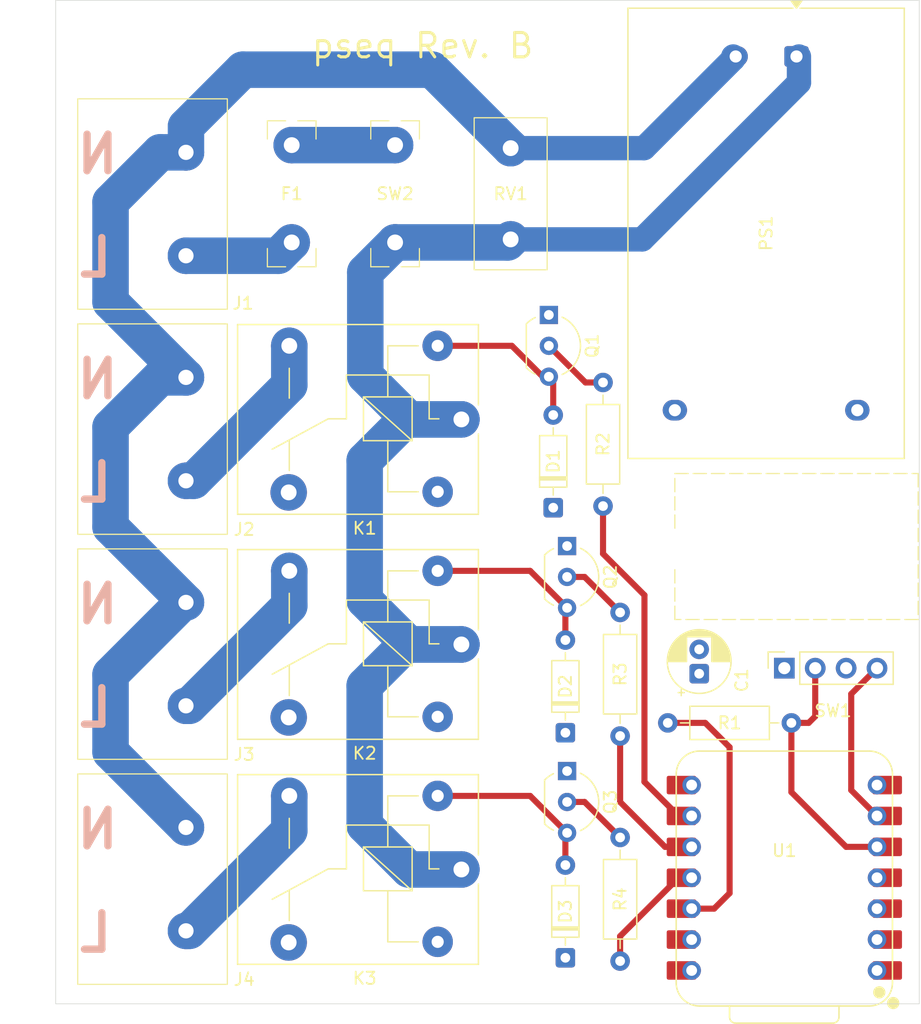
<source format=kicad_pcb>
(kicad_pcb
	(version 20241229)
	(generator "pcbnew")
	(generator_version "9.0")
	(general
		(thickness 1.6)
		(legacy_teardrops no)
	)
	(paper "A4")
	(title_block
		(title "pseq")
		(date "2025-10-08")
		(rev "B")
	)
	(layers
		(0 "F.Cu" signal)
		(4 "In1.Cu" power)
		(6 "In2.Cu" power)
		(2 "B.Cu" power)
		(9 "F.Adhes" user "F.Adhesive")
		(11 "B.Adhes" user "B.Adhesive")
		(13 "F.Paste" user)
		(15 "B.Paste" user)
		(5 "F.SilkS" user "F.Silkscreen")
		(7 "B.SilkS" user "B.Silkscreen")
		(1 "F.Mask" user)
		(3 "B.Mask" user)
		(17 "Dwgs.User" user "User.Drawings")
		(19 "Cmts.User" user "User.Comments")
		(21 "Eco1.User" user "User.Eco1")
		(23 "Eco2.User" user "User.Eco2")
		(25 "Edge.Cuts" user)
		(27 "Margin" user)
		(31 "F.CrtYd" user "F.Courtyard")
		(29 "B.CrtYd" user "B.Courtyard")
		(35 "F.Fab" user)
		(33 "B.Fab" user)
		(39 "User.1" user)
		(41 "User.2" user)
		(43 "User.3" user)
		(45 "User.4" user)
	)
	(setup
		(stackup
			(layer "F.SilkS"
				(type "Top Silk Screen")
			)
			(layer "F.Paste"
				(type "Top Solder Paste")
			)
			(layer "F.Mask"
				(type "Top Solder Mask")
				(thickness 0.01)
			)
			(layer "F.Cu"
				(type "copper")
				(thickness 0.035)
			)
			(layer "dielectric 1"
				(type "prepreg")
				(thickness 0.1)
				(material "FR4")
				(epsilon_r 4.5)
				(loss_tangent 0.02)
			)
			(layer "In1.Cu"
				(type "copper")
				(thickness 0.035)
			)
			(layer "dielectric 2"
				(type "core")
				(thickness 1.24)
				(material "FR4")
				(epsilon_r 4.5)
				(loss_tangent 0.02)
			)
			(layer "In2.Cu"
				(type "copper")
				(thickness 0.035)
			)
			(layer "dielectric 3"
				(type "prepreg")
				(thickness 0.1)
				(material "FR4")
				(epsilon_r 4.5)
				(loss_tangent 0.02)
			)
			(layer "B.Cu"
				(type "copper")
				(thickness 0.035)
			)
			(layer "B.Mask"
				(type "Bottom Solder Mask")
				(thickness 0.01)
			)
			(layer "B.Paste"
				(type "Bottom Solder Paste")
			)
			(layer "B.SilkS"
				(type "Bottom Silk Screen")
			)
			(copper_finish "None")
			(dielectric_constraints no)
		)
		(pad_to_mask_clearance 0)
		(allow_soldermask_bridges_in_footprints no)
		(tenting front back)
		(pcbplotparams
			(layerselection 0x00000000_00000000_55555555_5755f5ff)
			(plot_on_all_layers_selection 0x00000000_00000000_00000000_00000000)
			(disableapertmacros no)
			(usegerberextensions no)
			(usegerberattributes yes)
			(usegerberadvancedattributes yes)
			(creategerberjobfile yes)
			(dashed_line_dash_ratio 12.000000)
			(dashed_line_gap_ratio 3.000000)
			(svgprecision 4)
			(plotframeref no)
			(mode 1)
			(useauxorigin no)
			(hpglpennumber 1)
			(hpglpenspeed 20)
			(hpglpendiameter 15.000000)
			(pdf_front_fp_property_popups yes)
			(pdf_back_fp_property_popups yes)
			(pdf_metadata yes)
			(pdf_single_document no)
			(dxfpolygonmode yes)
			(dxfimperialunits yes)
			(dxfusepcbnewfont yes)
			(psnegative no)
			(psa4output no)
			(plot_black_and_white yes)
			(sketchpadsonfab no)
			(plotpadnumbers no)
			(hidednponfab no)
			(sketchdnponfab yes)
			(crossoutdnponfab yes)
			(subtractmaskfromsilk no)
			(outputformat 1)
			(mirror no)
			(drillshape 0)
			(scaleselection 1)
			(outputdirectory "rev-a/")
		)
	)
	(net 0 "")
	(net 1 "DC_GND")
	(net 2 "+5V")
	(net 3 "Net-(D1-A)")
	(net 4 "Net-(D2-A)")
	(net 5 "Net-(D3-A)")
	(net 6 "Net-(J1-Pin_1)")
	(net 7 "Net-(SW2-A)")
	(net 8 "AC_N")
	(net 9 "Net-(J2-Pin_1)")
	(net 10 "Net-(J3-Pin_1)")
	(net 11 "Net-(J4-Pin_1)")
	(net 12 "unconnected-(K1-Pad4)")
	(net 13 "AC_L")
	(net 14 "unconnected-(K2-Pad4)")
	(net 15 "unconnected-(K3-Pad4)")
	(net 16 "Net-(Q1-B)")
	(net 17 "Net-(Q2-B)")
	(net 18 "Net-(Q3-B)")
	(net 19 "BUTTON")
	(net 20 "LED")
	(net 21 "+3V3")
	(net 22 "Net-(U1-GPIO3{slash}MOSI)")
	(net 23 "Net-(U1-GPIO4{slash}MISO)")
	(net 24 "Net-(U1-GPIO2{slash}SCK)")
	(net 25 "unconnected-(U1-GPIO28{slash}ADC2{slash}A2-Pad3)")
	(net 26 "unconnected-(U1-GPIO27{slash}ADC1{slash}A1-Pad2)")
	(net 27 "unconnected-(U1-GPIO0{slash}TX-Pad7)")
	(net 28 "unconnected-(U1-GPIO26{slash}ADC0{slash}A0-Pad1)")
	(net 29 "unconnected-(U1-GPIO1{slash}RX-Pad8)")
	(net 30 "unconnected-(U1-GPIO29{slash}ADC3{slash}A3-Pad4)")
	(footprint "custom:230v_2x" (layer "F.Cu") (at 103.5 69))
	(footprint "custom:KF8500_2p" (layer "F.Cu") (at 86.3075 78.095 180))
	(footprint "custom:KF8500_2p" (layer "F.Cu") (at 86.3075 96.595 180))
	(footprint "custom:KF8500_2p" (layer "F.Cu") (at 86.3075 133.595 180))
	(footprint "Resistor_THT:R_Axial_DIN0207_L6.3mm_D2.5mm_P10.16mm_Horizontal" (layer "F.Cu") (at 122 107.42 -90))
	(footprint "Diode_THT:D_DO-35_SOD27_P7.62mm_Horizontal" (layer "F.Cu") (at 117.5 135.81 90))
	(footprint "Resistor_THT:R_Axial_DIN0207_L6.3mm_D2.5mm_P10.16mm_Horizontal" (layer "F.Cu") (at 120.595 88.515 -90))
	(footprint "Relay_THT:Relay_SPDT_SANYOU_SRD_Series_Form_C" (layer "F.Cu") (at 108.95 110.05 180))
	(footprint "MountingHole:MountingHole_3.2mm_M3" (layer "F.Cu") (at 126.095 102.095))
	(footprint "custom:10D561K" (layer "F.Cu") (at 113 76.75 180))
	(footprint "Capacitor_THT:CP_Radial_D5.0mm_P2.00mm" (layer "F.Cu") (at 128.5 112.455113 90))
	(footprint "Seeed module footprints:XIAO-RP2040-DIP" (layer "F.Cu") (at 135.5 129.2315 180))
	(footprint "custom:KF8500_2p" (layer "F.Cu") (at 86.3075 115.095 180))
	(footprint "Diode_THT:D_DO-35_SOD27_P7.62mm_Horizontal" (layer "F.Cu") (at 117.5 117.31 90))
	(footprint "Relay_THT:Relay_SPDT_SANYOU_SRD_Series_Form_C" (layer "F.Cu") (at 108.95 128.55 180))
	(footprint "MountingHole:MountingHole_3.2mm_M3" (layer "F.Cu") (at 80.5 61.5))
	(footprint "Resistor_THT:R_Axial_DIN0207_L6.3mm_D2.5mm_P10.16mm_Horizontal" (layer "F.Cu") (at 122 125.92 -90))
	(footprint "Diode_THT:D_DO-35_SOD27_P7.62mm_Horizontal" (layer "F.Cu") (at 116.5 98.81 90))
	(footprint "Relay_THT:Relay_SPDT_SANYOU_SRD_Series_Form_C" (layer "F.Cu") (at 108.95 91.55 180))
	(footprint "Package_TO_SOT_THT:TO-92_Inline_Wide" (layer "F.Cu") (at 117.64 120.46 -90))
	(footprint "Connector_PinSocket_2.54mm:PinSocket_1x04_P2.54mm_Vertical" (layer "F.Cu") (at 135.5 112 90))
	(footprint "Converter_ACDC:Converter_ACDC_Hi-Link_HLK-PMxx" (layer "F.Cu") (at 136.5 61.7125 -90))
	(footprint "Resistor_THT:R_Axial_DIN0207_L6.3mm_D2.5mm_P10.16mm_Horizontal" (layer "F.Cu") (at 136.08 116.5 180))
	(footprint "Package_TO_SOT_THT:TO-92_Inline_Wide" (layer "F.Cu") (at 116.14 82.96 -90))
	(footprint "custom:230v_2x" (layer "F.Cu") (at 95 77 180))
	(footprint "Package_TO_SOT_THT:TO-92_Inline_Wide" (layer "F.Cu") (at 117.64 101.96 -90))
	(gr_rect
		(start 126.5 96)
		(end 146.5 108)
		(stroke
			(width 0.1)
			(type dash)
		)
		(fill no)
		(layer "F.SilkS")
		(uuid "76b96127-3d0c-49ff-b2b4-87857104e884")
	)
	(gr_rect
		(start 75.595 57.095)
		(end 146.595 139.595)
		(stroke
			(width 0.05)
			(type default)
		)
		(fill no)
		(layer "Edge.Cuts")
		(uuid "f16b0441-6736-4385-b56f-227cf1e87d21")
	)
	(gr_text "pseq Rev. B"
		(at 96.5 62 0)
		(layer "F.SilkS")
		(uuid "24840be7-84db-46d6-8c3c-2e7fdf373414")
		(effects
			(font
				(size 2 2)
				(thickness 0.25)
			)
			(justify left bottom)
		)
	)
	(gr_text "N"
		(at 81 127 0)
		(layer "B.SilkS")
		(uuid "10996a66-c832-4bd1-8ead-c3337b69f25a")
		(effects
			(font
				(size 3 3)
				(thickness 0.6)
				(bold yes)
			)
			(justify left bottom mirror)
		)
	)
	(gr_text "N"
		(at 81 71.5 0)
		(layer "B.SilkS")
		(uuid "43f2997e-92ca-4ab2-ac56-dec97b325d84")
		(effects
			(font
				(size 3 3)
				(thickness 0.6)
				(bold yes)
			)
			(justify left bottom mirror)
		)
	)
	(gr_text "L"
		(at 80.5 135.5 0)
		(layer "B.SilkS")
		(uuid "5a8dae96-b92f-4705-a02c-e6b39c82ff02")
		(effects
			(font
				(size 3 3)
				(thickness 0.6)
				(bold yes)
			)
			(justify left bottom mirror)
		)
	)
	(gr_text "L"
		(at 80.5 80 0)
		(layer "B.SilkS")
		(uuid "69c8fb03-ce38-4c26-9372-154bd100268e")
		(effects
			(font
				(size 3 3)
				(thickness 0.6)
				(bold yes)
			)
			(justify left bottom mirror)
		)
	)
	(gr_text "L"
		(at 80.5 98.5 0)
		(layer "B.SilkS")
		(uuid "6bf99979-53d1-410d-a3fd-795860d3f340")
		(effects
			(font
				(size 3 3)
				(thickness 0.6)
				(bold yes)
			)
			(justify left bottom mirror)
		)
	)
	(gr_text "N"
		(at 81 90 0)
		(layer "B.SilkS")
		(uuid "7c4a90dc-1538-40f4-8c29-7fe297928b8d")
		(effects
			(font
				(size 3 3)
				(thickness 0.6)
				(bold yes)
			)
			(justify left bottom mirror)
		)
	)
	(gr_text "L"
		(at 80.5 117 0)
		(layer "B.SilkS")
		(uuid "7ceb282f-63fa-4019-8324-896d2d1fc556")
		(effects
			(font
				(size 3 3)
				(thickness 0.6)
				(bold yes)
			)
			(justify left bottom mirror)
		)
	)
	(gr_text "N"
		(at 81 108.5 0)
		(layer "B.SilkS")
		(uuid "80ab1801-01ae-49ae-94bd-1a8b62fe4af4")
		(effects
			(font
				(size 3 3)
				(thickness 0.6)
				(bold yes)
			)
			(justify left bottom mirror)
		)
	)
	(segment
		(start 116.19 134.5)
		(end 117.5 135.81)
		(width 0.5)
		(layer "In1.Cu")
		(net 2)
		(uuid "02420fb8-76db-4c9e-94a1-faa9c0402938")
	)
	(segment
		(start 107 116)
		(end 116.19 116)
		(width 0.5)
		(layer "In1.Cu")
		(net 2)
		(uuid "3e3f15bb-3062-4a99-8c70-58b569a43b7e")
	)
	(segment
		(start 107 97.5)
		(end 115.19 97.5)
		(width 0.5)
		(layer "In1.Cu")
		(net 2)
		(uuid "7530aeb4-e176-402e-b583-587428247cc0")
	)
	(segment
		(start 116.19 116)
		(end 117.5 117.31)
		(width 0.5)
		(layer "In1.Cu")
		(net 2)
		(uuid "84227f96-0bf1-45ab-9b86-506843195a91")
	)
	(segment
		(start 107 134.5)
		(end 116.19 134.5)
		(width 0.5)
		(layer "In1.Cu")
		(net 2)
		(uuid "e37302cb-3e9c-42fb-af36-b5783a95b3a6")
	)
	(segment
		(start 115.19 97.5)
		(end 116.5 98.81)
		(width 0.5)
		(layer "In1.Cu")
		(net 2)
		(uuid "e9c012cb-3d06-4e47-b052-0cf0c9dec2db")
	)
	(segment
		(start 115.64 88.04)
		(end 113.1 85.5)
		(width 0.5)
		(layer "F.Cu")
		(net 3)
		(uuid "0da9ce5a-0673-4a89-8115-2ad4bab312cb")
	)
	(segment
		(start 116.5 91.19)
		(end 116.5 88.4)
		(width 0.5)
		(layer "F.Cu")
		(net 3)
		(uuid "11eb7674-e31a-4c0a-b4b1-dade8fb52b50")
	)
	(segment
		(start 116.14 88.04)
		(end 115.64 88.04)
		(width 0.5)
		(layer "F.Cu")
		(net 3)
		(uuid "45e03d66-33b9-4b25-862e-40091e84180e")
	)
	(segment
		(start 116.5 88.4)
		(end 116.14 88.04)
		(width 0.5)
		(layer "F.Cu")
		(net 3)
		(uuid "93c9fc76-f9f7-465c-9400-a4955000d4ba")
	)
	(segment
		(start 113.1 85.5)
		(end 107 85.5)
		(width 0.5)
		(layer "F.Cu")
		(net 3)
		(uuid "b7c697c8-dcc9-40a9-abc2-2499012e3ed9")
	)
	(segment
		(start 117.5 107.18)
		(end 117.64 107.04)
		(width 0.5)
		(layer "F.Cu")
		(net 4)
		(uuid "7c573106-0f73-4d86-b523-ddc6e094a92a")
	)
	(segment
		(start 117.64 107.04)
		(end 114.6 104)
		(width 0.5)
		(layer "F.Cu")
		(net 4)
		(uuid "b38d8d17-c3c1-4ad6-9497-3b673e9c58a4")
	)
	(segment
		(start 114.6 104)
		(end 107 104)
		(width 0.5)
		(layer "F.Cu")
		(net 4)
		(uuid "c5ccdc2b-6a27-45bb-9b41-3ba70d3b1019")
	)
	(segment
		(start 117.5 109.69)
		(end 117.5 107.18)
		(width 0.5)
		(layer "F.Cu")
		(net 4)
		(uuid "c86deb5e-5590-4b5e-be75-8327760849a5")
	)
	(segment
		(start 117.64 125.54)
		(end 114.6 122.5)
		(width 0.5)
		(layer "F.Cu")
		(net 5)
		(uuid "208899f5-6652-463c-bc10-98d93a7ae1a4")
	)
	(segment
		(start 114.6 122.5)
		(end 107 122.5)
		(width 0.5)
		(layer "F.Cu")
		(net 5)
		(uuid "8c29d4a4-730d-49b3-a788-a634dd21b884")
	)
	(segment
		(start 117.5 128.19)
		(end 117.5 125.68)
		(width 0.5)
		(layer "F.Cu")
		(net 5)
		(uuid "be1ce2b7-ef39-4fff-8fb0-63ad38f45ee2")
	)
	(segment
		(start 117.5 125.68)
		(end 117.64 125.54)
		(width 0.5)
		(layer "F.Cu")
		(net 5)
		(uuid "e8440752-3935-4948-8c9a-9f8821ed2f86")
	)
	(segment
		(start 86.3075 78.095)
		(end 93.905 78.095)
		(width 3)
		(layer "B.Cu")
		(net 6)
		(uuid "796ddaa8-6724-4d66-97fe-8927f8e6ce45")
	)
	(segment
		(start 93.905 78.095)
		(end 95 77)
		(width 3)
		(layer "B.Cu")
		(net 6)
		(uuid "a8e3af2b-2224-4920-b5ad-fc0112aa3e64")
	)
	(segment
		(start 95 69)
		(end 103.5 69)
		(width 3)
		(layer "B.Cu")
		(net 7)
		(uuid "788acfb8-19bc-4953-934b-b70b4cbca962")
	)
	(segment
		(start 86.3075 69.595)
		(end 84.18618 69.595)
		(width 3)
		(layer "B.Cu")
		(net 8)
		(uuid "0877249b-3649-4129-af6b-c548673287a6")
	)
	(segment
		(start 131.299 61.9135)
		(end 131.299 61.7125)
		(width 2)
		(layer "B.Cu")
		(net 8)
		(uuid "12a65dac-9584-4c7c-8dfe-5cba10f312b3")
	)
	(segment
		(start 80.1065 92.17468)
		(end 80.1065 100.394)
		(width 3)
		(layer "B.Cu")
		(net 8)
		(uuid "2ef0209a-e788-4b34-a788-ddbb45207208")
	)
	(segment
		(start 80.1065 118.894)
		(end 86.3075 125.095)
		(width 3)
		(layer "B.Cu")
		(net 8)
		(uuid "31561b16-ad24-4e3c-bf3a-1bc764de165d")
	)
	(segment
		(start 80.1065 81.894)
		(end 86.3075 88.095)
		(width 3)
		(layer "B.Cu")
		(net 8)
		(uuid "46084e2f-f5f5-4621-aaf8-7db1e31f8bc4")
	)
	(segment
		(start 80.1065 112.526461)
		(end 80.1065 118.894)
		(width 3)
		(layer "B.Cu")
		(net 8)
		(uuid "6252ab9e-e859-4a1c-b315-2120a10c3ecf")
	)
	(segment
		(start 80.1065 100.394)
		(end 86.3075 106.595)
		(width 3)
		(layer "B.Cu")
		(net 8)
		(uuid "6da44706-11db-49ca-9c75-2c394798a52e")
	)
	(segment
		(start 86.3075 69.595)
		(end 86.3075 67.47368)
		(width 3)
		(layer "B.Cu")
		(net 8)
		(uuid "7bfb6b03-e8fe-43c7-aad5-9d9b330729d1")
	)
	(segment
		(start 84.18618 88.095)
		(end 80.1065 92.17468)
		(width 3)
		(layer "B.Cu")
		(net 8)
		(uuid "88773d86-bfec-4718-a21d-590aaa830f02")
	)
	(segment
		(start 90.98218 62.799)
		(end 106.549 62.799)
		(width 3)
		(layer "B.Cu")
		(net 8)
		(uuid "ae1bbf3e-993f-49ae-a6fe-4fd136698c30")
	)
	(segment
		(start 86.3075 67.47368)
		(end 90.98218 62.799)
		(width 3)
		(layer "B.Cu")
		(net 8)
		(uuid "b460ead8-8eec-4bc8-878d-43ccc89d83a7")
	)
	(segment
		(start 86.3075 106.595)
		(end 86.037961 106.595)
		(width 3)
		(layer "B.Cu")
		(net 8)
		(uuid "bdcd7fed-ca4c-4ba6-93cb-4c7c1abfe7d9")
	)
	(segment
		(start 123.9625 69.25)
		(end 131.299 61.9135)
		(width 2)
		(layer "B.Cu")
		(net 8)
		(uuid "c093be6c-b669-4b81-8698-17915818305d")
	)
	(segment
		(start 80.1065 73.67468)
		(end 80.1065 81.894)
		(width 3)
		(layer "B.Cu")
		(net 8)
		(uuid "c7e5a0c4-cde8-4ee2-bf91-ec0a2684fc8d")
	)
	(segment
		(start 84.18618 69.595)
		(end 80.1065 73.67468)
		(width 3)
		(layer "B.Cu")
		(net 8)
		(uuid "cbab3865-e902-4c21-91dd-443c67ec9fd4")
	)
	(segment
		(start 113 69.25)
		(end 123.9625 69.25)
		(width 2)
		(layer "B.Cu")
		(net 8)
		(uuid "cbfec748-a567-4fb9-a859-453f42414941")
	)
	(segment
		(start 86.3075 88.095)
		(end 84.18618 88.095)
		(width 3)
		(layer "B.Cu")
		(net 8)
		(uuid "e1c0ad0e-8ad4-465d-98cf-ef9ae9aedda5")
	)
	(segment
		(start 86.037961 106.595)
		(end 80.1065 112.526461)
		(width 3)
		(layer "B.Cu")
		(net 8)
		(uuid "ea9bbeb1-3a13-4cff-a152-bb3e043173bc")
	)
	(segment
		(start 106.549 62.799)
		(end 113 69.25)
		(width 3)
		(layer "B.Cu")
		(net 8)
		(uuid "f4fa6535-96f9-4875-a51c-ab61550fddfe")
	)
	(segment
		(start 86.935461 96.595)
		(end 86.3075 96.595)
		(width 3)
		(layer "B.Cu")
		(net 9)
		(uuid "20ebc52a-f402-419c-8723-9ff1a0c41bde")
	)
	(segment
		(start 94.8 88.730461)
		(end 86.935461 96.595)
		(width 3)
		(layer "B.Cu")
		(net 9)
		(uuid "26df3c3c-2439-4e49-9c86-9dc234ef2b62")
	)
	(segment
		(start 94.8 85.5)
		(end 94.8 88.730461)
		(width 3)
		(layer "B.Cu")
		(net 9)
		(uuid "db6a0712-cf62-4d81-89d6-ec4144d69773")
	)
	(segment
		(start 94.8 104)
		(end 94.8 106.872038)
		(width 3)
		(layer "B.Cu")
		(net 10)
		(uuid "34fb9a1d-e842-4492-8d51-3d43a3724e82")
	)
	(segment
		(start 86.577038 115.095)
		(end 86.3075 115.095)
		(width 3)
		(layer "B.Cu")
		(net 10)
		(uuid "3bf91876-3f6a-467c-a8b1-4e029ec56c4f")
	)
	(segment
		(start 94.8 106.872038)
		(end 86.577038 115.095)
		(width 3)
		(layer "B.Cu")
		(net 10)
		(uuid "f2caa47c-ef9e-434a-86c5-f45289e701e7")
	)
	(segment
		(start 94.8 125.372038)
		(end 86.577038 133.595)
		(width 3)
		(layer "B.Cu")
		(net 11)
		(uuid "2573c2e6-0c91-43ad-bab9-0d86b9d270e0")
	)
	(segment
		(start 86.577038 133.595)
		(end 86.3075 133.595)
		(width 3)
		(layer "B.Cu")
		(net 11)
		(uuid "e95ff786-a084-474e-8a6b-11e7c3b326dc")
	)
	(segment
		(start 94.8 122.5)
		(end 94.8 125.372038)
		(width 3)
		(layer "B.Cu")
		(net 11)
		(uuid "f37ebb5d-38a4-4710-a14f-753106fdf9db")
	)
	(segment
		(start 103.5 77)
		(end 112.75 77)
		(width 3)
		(layer "B.Cu")
		(net 13)
		(uuid "150748f6-c79e-4bd1-81f7-5550d5cf46be")
	)
	(segment
		(start 104.382461 91.55)
		(end 101 94.932461)
		(width 3)
		(layer "B.Cu")
		(net 13)
		(uuid "34db189f-55ff-4510-ab74-610d8f006d8e")
	)
	(segment
		(start 112.75 77)
		(end 113 76.75)
		(width 3)
		(layer "B.Cu")
		(net 13)
		(uuid "4bf27873-9e71-4e08-88d2-ceff32f68746")
	)
	(segment
		(start 101 124.915985)
		(end 104.634015 128.55)
		(width 3)
		(layer "B.Cu")
		(net 13)
		(uuid "56520e58-2d8b-48b2-88a5-3efed1ab54ff")
	)
	(segment
		(start 101 113.432461)
		(end 101 124.915985)
		(width 3)
		(layer "B.Cu")
		(net 13)
		(uuid "6305375f-489d-408c-82fa-fe950f507af3")
	)
	(segment
		(start 101.049 87.964985)
		(end 104.634015 91.55)
		(width 3)
		(layer "B.Cu")
		(net 13)
		(uuid "6980fd36-f58a-4eed-a5f4-60cf2b0deaaa")
	)
	(segment
		(start 136.701 63.866824)
		(end 136.701 61.7125)
		(width 2)
		(layer "B.Cu")
		(net 13)
		(uuid "7035c71f-34ff-4136-9d39-2c01a73f125c")
	)
	(segment
		(start 103.5 77)
		(end 101.049 79.451)
		(width 3)
		(layer "B.Cu")
		(net 13)
		(uuid "89d76140-27bc-4816-9dbf-38af24ca6b19")
	)
	(segment
		(start 101 94.932461)
		(end 101 106.415985)
		(width 3)
		(layer "B.Cu")
		(net 13)
		(uuid "98803d3d-d43b-46e9-b9ac-bf549c2bc435")
	)
	(segment
		(start 123.817824 76.75)
		(end 136.701 63.866824)
		(width 2)
		(layer "B.Cu")
		(net 13)
		(uuid "a51d9b98-41dd-4170-8b5e-2e8d0f091ba5")
	)
	(segment
		(start 101.049 79.451)
		(end 101.049 87.964985)
		(width 3)
		(layer "B.Cu")
		(net 13)
		(uuid "aed2d17f-674e-4343-9967-3ecf280bf7cc")
	)
	(segment
		(start 108.95 110.05)
		(end 104.382461 110.05)
		(width 3)
		(layer "B.Cu")
		(net 13)
		(uuid "c7b4cf3a-3142-4d6e-b47e-640a6168f40b")
	)
	(segment
		(start 104.382461 110.05)
		(end 101 113.432461)
		(width 3)
		(layer "B.Cu")
		(net 13)
		(uuid "cc926766-1999-4b47-ad0c-8ac78ec94ebd")
	)
	(segment
		(start 108.95 91.55)
		(end 104.382461 91.55)
		(width 3)
		(layer "B.Cu")
		(net 13)
		(uuid "cd6435d3-085b-44af-b6eb-0000b9c22b21")
	)
	(segment
		(start 104.634015 128.55)
		(end 108.95 128.55)
		(width 3)
		(layer "B.Cu")
		(net 13)
		(uuid "d86f680b-5441-4a55-af47-51e41c335693")
	)
	(segment
		(start 104.634015 110.05)
		(end 108.95 110.05)
		(width 3)
		(layer "B.Cu")
		(net 13)
		(uuid "e4d11cf0-f020-4843-9a0a-da6288bbf21b")
	)
	(segment
		(start 101 106.415985)
		(end 104.634015 110.05)
		(width 3)
		(layer "B.Cu")
		(net 13)
		(uuid "ea195f40-cc5c-4f40-bbe6-438553ed606d")
	)
	(segment
		(start 104.634015 91.55)
		(end 108.95 91.55)
		(width 3)
		(layer "B.Cu")
		(net 13)
		(uuid "eb835dad-2f73-41a9-b170-d02b3b643cc2")
	)
	(segment
		(start 113 76.75)
		(end 123.817824 76.75)
		(width 2)
		(layer "B.Cu")
		(net 13)
		(uuid "f32ab8df-71ac-460d-a959-635a10828cde")
	)
	(segment
		(start 120.595 88.515)
		(end 119.155 88.515)
		(width 0.5)
		(layer "F.Cu")
		(net 16)
		(uuid "6711b6cf-bef6-459f-a5f8-4e320352f37e")
	)
	(segment
		(start 119.155 88.515)
		(end 116.14 85.5)
		(width 0.5)
		(layer "F.Cu")
		(net 16)
		(uuid "ca07a269-7f76-4d2f-ba0a-126045e6cb28")
	)
	(segment
		(start 117.64 104.5)
		(end 119.08 104.5)
		(width 0.5)
		(layer "F.Cu")
		(net 17)
		(uuid "a786b43c-d2d1-4b6d-a1a7-8b82c549e8a1")
	)
	(segment
		(start 119.08 104.5)
		(end 122 107.42)
		(width 0.5)
		(layer "F.Cu")
		(net 17)
		(uuid "e3c42f72-3eb6-4720-9553-23f85f2a854d")
	)
	(segment
		(start 117.64 123)
		(end 119.08 123)
		(width 0.5)
		(layer "F.Cu")
		(net 18)
		(uuid "51093774-6648-4f34-95c2-069d8defbbc3")
	)
	(segment
		(start 119.08 123)
		(end 122 125.92)
		(width 0.5)
		(layer "F.Cu")
		(net 18)
		(uuid "6a162e11-d3cc-455e-95a0-2f1d26c027c6")
	)
	(segment
		(start 138.04 115.96)
		(end 137.5 116.5)
		(width 0.5)
		(layer "F.Cu")
		(net 19)
		(uuid "10307fac-5da3-44c1-a6ba-b766fc05f9d1")
	)
	(segment
		(start 140.58 126.6915)
		(end 136.08 122.1915)
		(width 0.5)
		(layer "F.Cu")
		(net 19)
		(uuid "2a29295a-0dcb-4cde-a2c0-92e7d93e6ece")
	)
	(segment
		(start 136.08 122.1915)
		(end 136.08 116.5)
		(width 0.5)
		(layer "F.Cu")
		(net 19)
		(uuid "50d2c52a-fbc6-4bdc-bc41-5e028d5d63e6")
	)
	(segment
		(start 143.12 126.6915)
		(end 140.58 126.6915)
		(width 0.5)
		(layer "F.Cu")
		(net 19)
		(uuid "563a423a-c845-4a4e-8fd1-4dc5d0a563cf")
	)
	(segment
		(start 138.04 112)
		(end 138.04 115.96)
		(width 0.5)
		(layer "F.Cu")
		(net 19)
		(uuid "7d1ad502-390d-4cbe-bcfe-37fa463dbcbb")
	)
	(segment
		(start 137.5 116.5)
		(end 136.08 116.5)
		(width 0.5)
		(layer "F.Cu")
		(net 19)
		(uuid "b603a66a-7a4a-42ff-a07e-fb48766e0c91")
	)
	(segment
		(start 143.12 124.1515)
		(end 141 122.0315)
		(width 0.5)
		(layer "F.Cu")
		(net 20)
		(uuid "4f19ed14-a500-4d1e-ae10-463369e0190b")
	)
	(segment
		(start 141 114.12)
		(end 143.12 112)
		(width 0.5)
		(layer "F.Cu")
		(net 20)
		(uuid "8628a3ba-3ea3-4004-af4d-07ae917949a1")
	)
	(segment
		(start 141 122.0315)
		(end 141 114.12)
		(width 0.5)
		(layer "F.Cu")
		(net 20)
		(uuid "ccb4b53c-24ad-4ac4-a0e4-dc9f05d78c47")
	)
	(segment
		(start 131 118.5)
		(end 129 116.5)
		(width 0.5)
		(layer "F.Cu")
		(net 21)
		(uuid "092ecf74-394f-422b-829a-aa60366745ce")
	)
	(segment
		(start 131 130.5)
		(end 131 118.5)
		(width 0.5)
		(layer "F.Cu")
		(net 21)
		(uuid "115b9f88-5663-41a1-b126-c6543ccdbb3a")
	)
	(segment
		(start 127.88 131.7715)
		(end 129.7285 131.7715)
		(width 0.5)
		(layer "F.Cu")
		(net 21)
		(uuid "18a18ee1-b898-4be8-9131-476b1cc18d68")
	)
	(segment
		(start 129.7285 131.7715)
		(end 131 130.5)
		(width 0.5)
		(layer "F.Cu")
		(net 21)
		(uuid "1e8ac04d-0542-4f23-a853-9ecbbf6984ad")
	)
	(segment
		(start 129 116.5)
		(end 125.92 116.5)
		(width 0.5)
		(layer "F.Cu")
		(net 21)
		(uuid "f8e79ba0-4d3e-461d-8533-b0c6fe92671d")
	)
	(segment
		(start 122 136.08)
		(end 122 134.03387)
		(width 0.5)
		(layer "F.Cu")
		(net 22)
		(uuid "b7c88d07-3e32-41b5-b91e-097c129fb560")
	)
	(segment
		(start 126.80237 129.2315)
		(end 127.88 129.2315)
		(width 0.5)
		(layer "F.Cu")
		(net 22)
		(uuid "c26711fd-1120-4ddb-97ec-d0c8138b477b")
	)
	(segment
		(start 122 134.03387)
		(end 126.80237 129.2315)
		(width 0.5)
		(layer "F.Cu")
		(net 22)
		(uuid "f9e91053-d40e-405f-8250-32ff575a9b20")
	)
	(segment
		(start 125.6915 126.6915)
		(end 122 123)
		(width 0.5)
		(layer "F.Cu")
		(net 23)
		(uuid "72d62b38-c90b-4b5a-bfa6-6c3ed27ec992")
	)
	(segment
		(start 127.88 126.6915)
		(end 125.6915 126.6915)
		(width 0.5)
		(layer "F.Cu")
		(net 23)
		(uuid "981dbeb5-0cbe-4016-870d-f20aeca5341e")
	)
	(segment
		(start 122 123)
		(end 122 117.58)
		(width 0.5)
		(layer "F.Cu")
		(net 23)
		(uuid "a43240f4-de1f-4fc6-8ecf-d747e0bff599")
	)
	(segment
		(start 127.88 124.1515)
		(end 126.80237 124.1515)
		(width 0.5)
		(layer "F.Cu")
		(net 24)
		(uuid "04b1c584-abbd-40ec-88f2-184faf568bc7")
	)
	(segment
		(start 126.80237 124.1515)
		(end 124 121.34913)
		(width 0.5)
		(layer "F.Cu")
		(net 24)
		(uuid "0cbb0761-50b4-4aec-a82c-0711acbb3a3e")
	)
	(segment
		(start 124 121.34913)
		(end 124 106)
		(width 0.5)
		(layer "F.Cu")
		(net 24)
		(uuid "2c6e2d21-921f-4c44-a547-fd306e8dd5e0")
	)
	(segment
		(start 120.595 102.595)
		(end 120.595 98.675)
		(width 0.5)
		(layer "F.Cu")
		(net 24)
		(uuid "a094148a-84a7-494a-a540-41cecfd2fa57")
	)
	(segment
		(start 124 106)
		(end 120.595 102.595)
		(width 0.5)
		(layer "F.Cu")
		(net 24)
		(uuid "e57ad498-368b-450d-8501-2c90fca6f9a7")
	)
	(zone
		(net 2)
		(net_name "+5V")
		(layer "In1.Cu")
		(uuid "142aa200-a49c-4afc-bc6f-df912ae98cd8")
		(name "VDC")
		(hatch edge 0.5)
		(connect_pads
			(clearance 0.5)
		)
		(min_thickness 0.25)
		(filled_areas_thickness no)
		(fill yes
			(thermal_gap 0.5)
			(thermal_bridge_width 0.5)
		)
		(polygon
			(pts
				(xy 114 139.5) (xy 146.5 139.5) (xy 146.5 81) (xy 114 81)
			)
		)
		(filled_polygon
			(layer "In1.Cu")
			(pts
				(xy 146.037539 81.019685) (xy 146.083294 81.072489) (xy 146.0945 81.124) (xy 146.0945 138.9705)
				(xy 146.074815 139.037539) (xy 146.022011 139.083294) (xy 145.9705 139.0945) (xy 114.124 139.0945)
				(xy 114.056961 139.074815) (xy 114.011206 139.022011) (xy 114 138.9705) (xy 114 135.210013) (xy 116.2 135.210013)
				(xy 116.2 135.56) (xy 117.184314 135.56) (xy 117.17992 135.564394) (xy 117.127259 135.655606) (xy 117.1 135.757339)
				(xy 117.1 135.862661) (xy 117.127259 135.964394) (xy 117.17992 136.055606) (xy 117.184314 136.06)
				(xy 116.200001 136.06) (xy 116.200001 136.409986) (xy 116.210494 136.512697) (xy 116.265641 136.679119)
				(xy 116.265643 136.679124) (xy 116.357684 136.828345) (xy 116.481654 136.952315) (xy 116.630875 137.044356)
				(xy 116.63088 137.044358) (xy 116.797302 137.099505) (xy 116.797309 137.099506) (xy 116.900019 137.109999)
				(xy 117.249999 137.109999) (xy 117.25 137.109998) (xy 117.25 136.125686) (xy 117.254394 136.13008)
				(xy 117.345606 136.182741) (xy 117.447339 136.21) (xy 117.552661 136.21) (xy 117.654394 136.182741)
				(xy 117.745606 136.13008) (xy 117.75 136.125686) (xy 117.75 137.109999) (xy 118.099972 137.109999)
				(xy 118.099986 137.109998) (xy 118.202697 137.099505) (xy 118.369119 137.044358) (xy 118.369124 137.044356)
				(xy 118.518345 136.952315) (xy 118.642315 136.828345) (xy 118.734356 136.679124) (xy 118.734358 136.679119)
				(xy 118.789505 136.512697) (xy 118.789506 136.51269) (xy 118.799999 136.409986) (xy 118.8 136.409973)
				(xy 118.8 136.06) (xy 117.815686 136.06) (xy 117.82008 136.055606) (xy 117.865089 135.977648) (xy 120.6995 135.977648)
				(xy 120.6995 136.182352) (xy 120.700722 136.190067) (xy 120.731522 136.384534) (xy 120.794781 136.579223)
				(xy 120.845684 136.679124) (xy 120.882907 136.752178) (xy 120.887715 136.761613) (xy 121.008028 136.927213)
				(xy 121.152786 137.071971) (xy 121.307749 137.184556) (xy 121.31839 137.192287) (xy 121.434607 137.251503)
				(xy 121.500776 137.285218) (xy 121.500778 137.285218) (xy 121.500781 137.28522) (xy 121.605137 137.319127)
				(xy 121.695465 137.348477) (xy 121.796557 137.364488) (xy 121.897648 137.3805) (xy 121.897649 137.3805)
				(xy 122.102351 137.3805) (xy 122.102352 137.3805) (xy 122.304534 137.348477) (xy 122.499219 137.28522)
				(xy 122.68161 137.192287) (xy 122.794872 137.109998) (xy 122.847213 137.071971) (xy 122.847215 137.071968)
				(xy 122.847219 137.071966) (xy 122.991966 136.927219) (xy 122.991968 136.927215) (xy 122.991971 136.927213)
				(xy 123.046979 136.851499) (xy 123.112287 136.76161) (xy 123.20522 136.579219) (xy 123.268477 136.384534)
				(xy 123.3005 136.182352) (xy 123.3005 135.977648) (xy 123.298401 135.964394) (xy 123.268477 135.775465)
				(xy 123.217991 135.620087) (xy 123.20522 135.580781) (xy 123.205218 135.580778) (xy 123.205218 135.580776)
				(xy 123.149291 135.471015) (xy 123.112287 135.39839) (xy 123.104556 135.387749) (xy 122.991971 135.232786)
				(xy 122.847213 135.088028) (xy 122.681613 134.967715) (xy 122.681612 134.967714) (xy 122.68161 134.967713)
				(xy 122.624653 134.938691) (xy 122.499223 134.874781) (xy 122.304534 134.811522) (xy 122.129995 134.783878)
				(xy 122.102352 134.7795) (xy 121.897648 134.7795) (xy 121.873329 134.783351) (xy 121.695465 134.811522)
				(xy 121.500776 134.874781) (xy 121.318386 134.967715) (xy 121.152786 135.088028) (xy 121.008028 135.232786)
				(xy 120.887715 135.398386) (xy 120.794781 135.580776) (xy 120.731522 135.775465) (xy 120.701599 135.964394)
				(xy 120.6995 135.977648) (xy 117.865089 135.977648) (xy 117.872741 135.964394) (xy 117.9 135.862661)
				(xy 117.9 135.757339) (xy 117.872741 135.655606) (xy 117.82008 135.564394) (xy 117.815686 135.56)
				(xy 118.799999 135.56) (xy 118.799999 135.210028) (xy 118.799998 135.210013) (xy 118.789505 135.107302)
				(xy 118.734358 134.94088) (xy 118.734356 134.940875) (xy 118.642315 134.791654) (xy 118.518345 134.667684)
				(xy 118.369124 134.575643) (xy 118.369119 134.575641) (xy 118.202697 134.520494) (xy 118.20269 134.520493)
				(xy 118.099986 134.51) (xy 117.75 134.51) (xy 117.75 135.494314) (xy 117.745606 135.48992) (xy 117.654394 135.437259)
				(xy 117.552661 135.41) (xy 117.447339 135.41) (xy 117.345606 135.437259) (xy 117.254394 135.48992)
				(xy 117.25 135.494314) (xy 117.25 134.51) (xy 116.900028 134.51) (xy 116.900012 134.510001) (xy 116.797302 134.520494)
				(xy 116.63088 134.575641) (xy 116.630875 134.575643) (xy 116.481654 134.667684) (xy 116.357684 134.791654)
				(xy 116.265643 134.940875) (xy 116.265641 134.94088) (xy 116.210494 135.107302) (xy 116.210493 135.107309)
				(xy 116.2 135.210013) (xy 114 135.210013) (xy 114 128.087648) (xy 116.1995 128.087648) (xy 116.1995 128.292351)
				(xy 116.231522 128.494534) (xy 116.294781 128.689223) (xy 116.387715 128.871613) (xy 116.508028 129.037213)
				(xy 116.652786 129.181971) (xy 116.807749 129.294556) (xy 116.81839 129.302287) (xy 116.934607 129.361503)
				(xy 117.000776 129.395218) (xy 117.000778 129.395218) (xy 117.000781 129.39522) (xy 117.105137 129.429127)
				(xy 117.195465 129.458477) (xy 117.296557 129.474488) (xy 117.397648 129.4905) (xy 117.397649 129.4905)
				(xy 117.602351 129.4905) (xy 117.602352 129.4905) (xy 117.804534 129.458477) (xy 117.999219 129.39522)
				(xy 118.18161 129.302287) (xy 118.27459 129.234732) (xy 118.347213 129.181971) (xy 118.347215 129.181968)
				(xy 118.347219 129.181966) (xy 118.491966 129.037219) (xy 118.491968 129.037215) (xy 118.491971 129.037213)
				(xy 118.565604 128.935864) (xy 118.612287 128.87161) (xy 118.70522 128.689219) (xy 118.768477 128.494534)
				(xy 118.8005 128.292352) (xy 118.8005 128.087648) (xy 118.790421 128.02401) (xy 118.768477 127.885465)
				(xy 118.705218 127.690776) (xy 118.671503 127.624607) (xy 118.612287 127.50839) (xy 118.604556 127.497749)
				(xy 118.491971 127.342786) (xy 118.347213 127.198028) (xy 118.181613 127.077715) (xy 118.181612 127.077714)
				(xy 118.18161 127.077713) (xy 118.092451 127.032284) (xy 117.99922 126.98478) (xy 117.982625 126.979388)
				(xy 117.924951 126.939949) (xy 117.897754 126.87559) (xy 117.90967 126.806744) (xy 117.956915 126.755269)
				(xy 117.982626 126.743527) (xy 118.120025 126.698884) (xy 118.295405 126.609524) (xy 118.454646 126.493828)
				(xy 118.593828 126.354646) (xy 118.709524 126.195405) (xy 118.798884 126.020025) (xy 118.859709 125.832826)
				(xy 118.862113 125.817648) (xy 120.6995 125.817648) (xy 120.6995 126.022352) (xy 120.700681 126.029806)
				(xy 120.731522 126.224534) (xy 120.794781 126.419223) (xy 120.832795 126.493828) (xy 120.882887 126.592139)
				(xy 120.887715 126.601613) (xy 121.008028 126.767213) (xy 121.152786 126.911971) (xy 121.307749 127.024556)
				(xy 121.31839 127.032287) (xy 121.434607 127.091503) (xy 121.500776 127.125218) (xy 121.500778 127.125218)
				(xy 121.500781 127.12522) (xy 121.605137 127.159127) (xy 121.695465 127.188477) (xy 121.796557 127.204488)
				(xy 121.897648 127.2205) (xy 121.897649 127.2205) (xy 122.102351 127.2205) (xy 122.102352 127.2205)
				(xy 122.304534 127.188477) (xy 122.499219 127.12522) (xy 122.68161 127.032287) (xy 122.77459 126.964732)
				(xy 122.847213 126.911971) (xy 122.847215 126.911968) (xy 122.847219 126.911966) (xy 122.991966 126.767219)
				(xy 122.991968 126.767215) (xy 122.991971 126.767213) (xy 123.044732 126.69459) (xy 123.112287 126.60161)
				(xy 123.20522 126.419219) (xy 123.268477 126.224534) (xy 123.3005 126.022352) (xy 123.3005 125.817648)
				(xy 123.296656 125.793378) (xy 123.268477 125.615465) (xy 123.211977 125.441577) (xy 123.20522 125.420781)
				(xy 123.205218 125.420778) (xy 123.205218 125.420776) (xy 123.149291 125.311015) (xy 123.112287 125.23839)
				(xy 123.104556 125.227749) (xy 122.991971 125.072786) (xy 122.847213 124.928028) (xy 122.681613 124.807715)
				(xy 122.681612 124.807714) (xy 122.68161 124.807713) (xy 122.624653 124.778691) (xy 122.499223 124.714781)
				(xy 122.304534 124.651522) (xy 122.129995 124.623878) (xy 122.102352 124.6195) (xy 121.897648 124.6195)
				(xy 121.873329 124.623351) (xy 121.695465 124.651522) (xy 121.500776 124.714781) (xy 121.318386 124.807715)
				(xy 121.152786 124.928028) (xy 121.008028 125.072786) (xy 120.887715 125.238386) (xy 120.794781 125.420776)
				(xy 120.731522 125.615465) (xy 120.703344 125.793378) (xy 120.6995 125.817648) (xy 118.862113 125.817648)
				(xy 118.876229 125.728521) (xy 118.8905 125.638422) (xy 118.8905 125.441577) (xy 118.859709 125.247173)
				(xy 118.816593 125.114478) (xy 118.798884 125.059975) (xy 118.798882 125.059972) (xy 118.798882 125.05997)
				(xy 118.709523 124.884594) (xy 118.593828 124.725354) (xy 118.454646 124.586172) (xy 118.375025 124.528324)
				(xy 118.295403 124.470474) (xy 118.118787 124.380485) (xy 118.06799 124.332511) (xy 118.051195 124.26469)
				(xy 118.073732 124.198555) (xy 118.118787 124.159515) (xy 118.295403 124.069525) (xy 118.295402 124.069525)
				(xy 118.295405 124.069524) (xy 118.454646 123.953828) (xy 118.593828 123.814646) (xy 118.709524 123.655405)
				(xy 118.798884 123.480025) (xy 118.859709 123.292826) (xy 118.8905 123.098422) (xy 118.8905 122.901577)
				(xy 118.859709 122.707173) (xy 118.798882 122.51997) (xy 118.709523 122.344594) (xy 118.593828 122.185354)
				(xy 118.454646 122.046172) (xy 118.301377 121.934815) (xy 118.258714 121.879487) (xy 118.252735 121.809873)
				(xy 118.285341 121.748078) (xy 118.34618 121.713721) (xy 118.371135 121.710858) (xy 126.617499 121.710858)
				(xy 126.648587 121.907137) (xy 126.709993 122.096129) (xy 126.709994 122.096132) (xy 126.755455 122.185352)
				(xy 126.800213 122.273194) (xy 126.917019 122.433964) (xy 127.057536 122.574481) (xy 127.218306 122.691287)
				(xy 127.336832 122.751679) (xy 127.37478 122.771015) (xy 127.425576 122.81899) (xy 127.442371 122.886811)
				(xy 127.419833 122.952946) (xy 127.37478 122.991985) (xy 127.218305 123.071713) (xy 127.057533 123.188521)
				(xy 126.917021 123.329033) (xy 126.800213 123.489805) (xy 126.709994 123.666867) (xy 126.709993 123.66687)
				(xy 126.648587 123.855862) (xy 126.6175 124.052139) (xy 126.6175 124.25086) (xy 126.648587 124.447137)
				(xy 126.709993 124.636129) (xy 126.709994 124.636132) (xy 126.755455 124.725352) (xy 126.800213 124.813194)
				(xy 126.917019 124.973964) (xy 127.057536 125.114481) (xy 127.218306 125.231287) (xy 127.336832 125.291679)
				(xy 127.37478 125.311015) (xy 127.425576 125.35899) (xy 127.442371 125.426811) (xy 127.419833 125.492946)
				(xy 127.37478 125.531985) (xy 127.218305 125.611713) (xy 127.057533 125.728521) (xy 126.917021 125.869033)
				(xy 126.800213 126.029805) (xy 126.709994 126.206867) (xy 126.709993 126.20687) (xy 126.648587 126.395862)
				(xy 126.6175 126.592139) (xy 126.6175 126.79086) (xy 126.648587 126.987137) (xy 126.709993 127.176129)
				(xy 126.709994 127.176132) (xy 126.794907 127.342781) (xy 126.800213 127.353194) (xy 126.917019 127.513964)
				(xy 127.057536 127.654481) (xy 127.218306 127.771287) (xy 127.336832 127.831679) (xy 127.37478 127.851015)
				(xy 127.425576 127.89899) (xy 127.442371 127.966811) (xy 127.419833 128.032946) (xy 127.37478 128.071985)
				(xy 127.218305 128.151713) (xy 127.057533 128.268521) (xy 126.917021 128.409033) (xy 126.800213 128.569805)
				(xy 126.709994 128.746867) (xy 126.709993 128.74687) (xy 126.648587 128.935862) (xy 126.648587 128.935864)
				(xy 126.6175 129.132139) (xy 126.6175 129.330861) (xy 126.633043 129.428998) (xy 126.648587 129.527137)
				(xy 126.709993 129.716129) (xy 126.709994 129.716132) (xy 126.800213 129.893194) (xy 126.917019 130.053964)
				(xy 127.057536 130.194481) (xy 127.218306 130.311287) (xy 127.336832 130.371679) (xy 127.37478 130.391015)
				(xy 127.425576 130.43899) (xy 127.442371 130.506811) (xy 127.419833 130.572946) (xy 127.37478 130.611985)
				(xy 127.218305 130.691713) (xy 127.057533 130.808521) (xy 126.917021 130.949033) (xy 126.800213 131.109805)
				(xy 126.709994 131.286867) (xy 126.709993 131.28687) (xy 126.648587 131.475862) (xy 126.6175 131.672139)
				(xy 126.6175 131.87086) (xy 126.648587 132.067137) (xy 126.709993 132.256129) (xy 126.709994 132.256132)
				(xy 126.800213 132.433194) (xy 126.917019 132.593964) (xy 127.057536 132.734481) (xy 127.218306 132.851287)
				(xy 127.336832 132.911679) (xy 127.37478 132.931015) (xy 127.425576 132.97899) (xy 127.442371 133.046811)
				(xy 127.419833 133.112946) (xy 127.37478 133.151985) (xy 127.218305 133.231713) (xy 127.057533 133.348521)
				(xy 126.917021 133.489033) (xy 126.800213 133.649805) (xy 126.709994 133.826867) (xy 126.709993 133.82687)
				(xy 126.648587 134.015862) (xy 126.6175 134.212139) (xy 126.6175 134.41086) (xy 126.648587 134.607137)
				(xy 126.709993 134.796129) (xy 126.709994 134.796132) (xy 126.783748 134.94088) (xy 126.800213 134.973194)
				(xy 126.917019 135.133964) (xy 127.057536 135.274481) (xy 127.218306 135.391287) (xy 127.375332 135.471296)
				(xy 127.426127 135.519269) (xy 127.442922 135.58709) (xy 127.420385 135.653225) (xy 127.375332 135.692264)
				(xy 127.218566 135.772141) (xy 127.181283 135.799229) (xy 127.181282 135.79923) (xy 127.795906 136.413852)
				(xy 127.708429 136.437292) (xy 127.60707 136.495811) (xy 127.524311 136.57857) (xy 127.465792 136.679929)
				(xy 127.442352 136.767405) (xy 126.82773 136.152782) (xy 126.827729 136.152783) (xy 126.800643 136.190064)
				(xy 126.710457 136.367062) (xy 126.649075 136.555976) (xy 126.649075 136.555979) (xy 126.618 136.752178)
				(xy 126.618 136.950821) (xy 126.649075 137.14702) (xy 126.649075 137.147023) (xy 126.710457 137.335937)
				(xy 126.800641 137.512932) (xy 126.82773 137.550215) (xy 126.827731 137.550216) (xy 127.442352 136.935594)
				(xy 127.465792 137.023071) (xy 127.524311 137.12443) (xy 127.60707 137.207189) (xy 127.708429 137.265708)
				(xy 127.795905 137.289147) (xy 127.181283 137.903768) (xy 127.181283 137.903769) (xy 127.218567 137.930858)
				(xy 127.395562 138.021042) (xy 127.584477 138.082424) (xy 127.780679 138.1135) (xy 127.979321 138.1135)
				(xy 128.17552 138.082424) (xy 128.175523 138.082424) (xy 128.364437 138.021042) (xy 128.541425 137.930862)
				(xy 128.578716 137.903768) (xy 127.964095 137.289147) (xy 128.051571 137.265708) (xy 128.15293 137.207189)
				(xy 128.235689 137.12443) (xy 128.294208 137.023071) (xy 128.317647 136.935594) (xy 128.932268 137.550215)
				(xy 128.959362 137.512925) (xy 129.049542 137.335937) (xy 129.110924 137.147023) (xy 129.110924 137.14702)
				(xy 129.142 136.950821) (xy 129.142 136.752178) (xy 129.110924 136.555979) (xy 129.110924 136.555976)
				(xy 129.049542 136.367062) (xy 128.959358 136.190067) (xy 128.932268 136.152783) (xy 128.317647 136.767404)
				(xy 128.294208 136.679929) (xy 128.235689 136.57857) (xy 128.15293 136.495811) (xy 128.051571 136.437292)
				(xy 127.964094 136.413852) (xy 128.578716 135.799231) (xy 128.578715 135.79923) (xy 128.541432 135.772141)
				(xy 128.384668 135.692265) (xy 128.333872 135.64429) (xy 128.317077 135.576469) (xy 128.339615 135.510334)
				(xy 128.384667 135.471296) (xy 128.541694 135.391287) (xy 128.702464 135.274481) (xy 128.842981 135.133964)
				(xy 128.959787 134.973194) (xy 129.050005 134.796132) (xy 129.111413 134.607136) (xy 129.1425 134.410861)
				(xy 129.1425 134.212139) (xy 129.111413 134.015864) (xy 129.050005 133.826868) (xy 129.050005 133.826867)
				(xy 128.959786 133.649805) (xy 128.842981 133.489036) (xy 128.702464 133.348519) (xy 128.541694 133.231713)
				(xy 128.385218 133.151984) (xy 128.334423 133.10401) (xy 128.317628 133.036189) (xy 128.340165 132.970054)
				(xy 128.385218 132.931015) (xy 128.541694 132.851287) (xy 128.702464 132.734481) (xy 128.842981 132.593964)
				(xy 128.959787 132.433194) (xy 129.050005 132.256132) (xy 129.111413 132.067136) (xy 129.1425 131.870861)
				(xy 129.1425 131.672139) (xy 129.111413 131.475864) (xy 129.050005 131.286868) (xy 129.050005 131.286867)
				(xy 128.959786 131.109805) (xy 128.842981 130.949036) (xy 128.702464 130.808519) (xy 128.541694 130.691713)
				(xy 128.385218 130.611984) (xy 128.334423 130.56401) (xy 128.317628 130.496189) (xy 128.340165 130.430054)
				(xy 128.385218 130.391015) (xy 128.541694 130.311287) (xy 128.702464 130.194481) (xy 128.842981 130.053964)
				(xy 128.959787 129.893194) (xy 129.050005 129.716132) (xy 129.111413 129.527136) (xy 129.1425 129.330861)
				(xy 129.1425 129.132139) (xy 129.111413 128.935864) (xy 129.050005 128.746868) (xy 129.050005 128.746867)
				(xy 128.959786 128.569805) (xy 128.842981 128.409036) (xy 128.702464 128.268519) (xy 128.541694 128.151713)
				(xy 128.385218 128.071984) (xy 128.334423 128.02401) (xy 128.317628 127.956189) (xy 128.340165 127.890054)
				(xy 128.385218 127.851015) (xy 128.541694 127.771287) (xy 128.702464 127.654481) (xy 128.842981 127.513964)
				(xy 128.959787 127.353194) (xy 129.050005 127.176132) (xy 129.111413 126.987136) (xy 129.1425 126.790861)
				(xy 129.1425 126.592139) (xy 129.111413 126.395864) (xy 129.050005 126.206868) (xy 129.050005 126.206867)
				(xy 128.959786 126.029805) (xy 128.954371 126.022352) (xy 128.842981 125.869036) (xy 128.702464 125.728519)
				(xy 128.541694 125.611713) (xy 128.385218 125.531984) (xy 128.334423 125.48401) (xy 128.317628 125.416189)
				(xy 128.340165 125.350054) (xy 128.385218 125.311015) (xy 128.541694 125.231287) (xy 128.702464 125.114481)
				(xy 128.842981 124.973964) (xy 128.959787 124.813194) (xy 129.050005 124.636132) (xy 129.111413 124.447136)
				(xy 129.1425 124.250861) (xy 129.1425 124.052139) (xy 129.111413 123.855864) (xy 129.050005 123.666868)
				(xy 129.050005 123.666867) (xy 128.959786 123.489805) (xy 128.842981 123.329036) (xy 128.702464 123.188519)
				(xy 128.541694 123.071713) (xy 128.385218 122.991984) (xy 128.334423 122.94401) (xy 128.317628 122.876189)
				(xy 128.340165 122.810054) (xy 128.385218 122.771015) (xy 128.541694 122.691287) (xy 128.702464 122.574481)
				(xy 128.842981 122.433964) (xy 128.959787 122.273194) (xy 129.050005 122.096132) (xy 129.111413 121.907136)
				(xy 129.1425 121.710861) (xy 129.1425 121.710858) (xy 141.857499 121.710858) (xy 141.888587 121.907137)
				(xy 141.949993 122.096129) (xy 141.949994 122.096132) (xy 141.995455 122.185352) (xy 142.040213 122.273194)
				(xy 142.157019 122.433964) (xy 142.297536 122.574481) (xy 142.458306 122.691287) (xy 142.576832 122.751679)
				(xy 142.61478 122.771015) (xy 142.665576 122.81899) (xy 142.682371 122.886811) (xy 142.659833 122.952946)
				(xy 142.61478 122.991985) (xy 142.458305 123.071713) (xy 142.297533 123.188521) (xy 142.157021 123.329033)
				(xy 142.040213 123.489805) (xy 141.949994 123.666867) (xy 141.949993 123.66687) (xy 141.888587 123.855862)
				(xy 141.8575 124.052139) (xy 141.8575 124.25086) (xy 141.888587 124.447137) (xy 141.949993 124.636129)
				(xy 141.949994 124.636132) (xy 141.995455 124.725352) (xy 142.040213 124.813194) (xy 142.157019 124.973964)
				(xy 142.297536 125.114481) (xy 142.458306 125.231287) (xy 142.576832 125.291679) (xy 142.61478 125.311015)
				(xy 142.665576 125.35899) (xy 142.682371 125.426811) (xy 142.659833 125.492946) (xy 142.61478 125.531985)
				(xy 142.458305 125.611713) (xy 142.297533 125.728521) (xy 142.157021 125.869033) (xy 142.040213 126.029805)
				(xy 141.949994 126.206867) (xy 141.949993 126.20687) (xy 141.888587 126.395862) (xy 141.8575 126.592139)
				(xy 141.8575 126.79086) (xy 141.888587 126.987137) (xy 141.949993 127.176129) (xy 141.949994 127.176132)
				(xy 142.034907 127.342781) (xy 142.040213 127.353194) (xy 142.157019 127.513964) (xy 142.297536 127.654481)
				(xy 142.458306 127.771287) (xy 142.576832 127.831679) (xy 142.61478 127.851015) (xy 142.665576 127.89899)
				(xy 142.682371 127.966811) (xy 142.659833 128.032946) (xy 142.61478 128.071985) (xy 142.458305 128.151713)
				(xy 142.297533 128.268521) (xy 142.157021 128.409033) (xy 142.040213 128.569805) (xy 141.949994 128.746867)
				(xy 141.949993 128.74687) (xy 141.888587 128.935862) (xy 141.888587 128.935864) (xy 141.8575 129.132139)
				(xy 141.8575 129.330861) (xy 141.873043 129.428998) (xy 141.888587 129.527137) (xy 141.949993 129.716129)
				(xy 141.949994 129.716132) (xy 142.040213 129.893194) (xy 142.157019 130.053964) (xy 142.297536 130.194481)
				(xy 142.458306 130.311287) (xy 142.576832 130.371679) (xy 142.61478 130.391015) (xy 142.665576 130.43899)
				(xy 142.682371 130.506811) (xy 142.659833 130.572946) (xy 142.61478 130.611985) (xy 142.458305 130.691713)
				(xy 142.297533 130.808521) (xy 142.157021 130.949033) (xy 142.040213 131.109805) (xy 141.949994 131.286867)
				(xy 141.949993 131.28687) (xy 141.888587 131.475862) (xy 141.8575 131.672139) (xy 141.8575 131.87086)
				(xy 141.888587 132.067137) (xy 141.949993 132.256129) (xy 141.949994 132.256132) (xy 142.040213 132.433194)
				(xy 142.157019 132.593964) (xy 142.297536 132.734481) (xy 142.458306 132.851287) (xy 142.576832 132.911679)
				(xy 142.61478 132.931015) (xy 142.665576 132.97899) (xy 142.682371 133.046811) (xy 142.659833 133.112946)
				(xy 142.61478 133.151985) (xy 142.458305 133.231713) (xy 142.297533 133.348521) (xy 142.157021 133.489033)
				(xy 142.040213 133.649805) (xy 141.949994 133.826867) (xy 141.949993 133.82687) (xy 141.888587 134.015862)
				(xy 141.8575 134.212139) (xy 141.8575 134.41086) (xy 141.888587 134.607137) (xy 141.949993 134.796129)
				(xy 141.949994 134.796132) (xy 142.023748 134.94088) (xy 142.040213 134.973194) (xy 142.157019 135.133964)
				(xy 142.297536 135.274481) (xy 142.458306 135.391287) (xy 142.548531 135.437259) (xy 142.61478 135.471015)
				(xy 142.665576 135.51899) (xy 142.682371 135.586811) (xy 142.659833 135.652946) (xy 142.61478 135.691985)
				(xy 142.458305 135.771713) (xy 142.297533 135.888521) (xy 142.157021 136.029033) (xy 142.040213 136.189805)
				(xy 141.949994 136.366867) (xy 141.949993 136.36687) (xy 141.888587 136.555862) (xy 141.8575 136.752139)
				(xy 141.8575 136.95086) (xy 141.888587 137.147137) (xy 141.949993 137.336129) (xy 141.949994 137.336132)
				(xy 142.040076 137.512925) (xy 142.040213 137.513194) (xy 142.157019 137.673964) (xy 142.297536 137.814481)
				(xy 142.458306 137.931287) (xy 142.545149 137.975535) (xy 142.635367 138.021505) (xy 142.63537 138.021506)
				(xy 142.729866 138.052209) (xy 142.824364 138.082913) (xy 143.020639 138.114) (xy 143.02064 138.114)
				(xy 143.21936 138.114) (xy 143.219361 138.114) (xy 143.415636 138.082913) (xy 143.604632 138.021505)
				(xy 143.781694 137.931287) (xy 143.942464 137.814481) (xy 144.082981 137.673964) (xy 144.199787 137.513194)
				(xy 144.290005 137.336132) (xy 144.351413 137.147136) (xy 144.3825 136.950861) (xy 144.3825 136.752139)
				(xy 144.351413 136.555864) (xy 144.290005 136.366868) (xy 144.290005 136.366867) (xy 144.210076 136.21)
				(xy 144.199787 136.189806) (xy 144.082981 136.029036) (xy 143.942464 135.888519) (xy 143.781694 135.771713)
				(xy 143.625218 135.691984) (xy 143.574423 135.64401) (xy 143.557628 135.576189) (xy 143.580165 135.510054)
				(xy 143.625218 135.471015) (xy 143.781694 135.391287) (xy 143.942464 135.274481) (xy 144.082981 135.133964)
				(xy 144.199787 134.973194) (xy 144.290005 134.796132) (xy 144.351413 134.607136) (xy 144.3825 134.410861)
				(xy 144.3825 134.212139) (xy 144.351413 134.015864) (xy 144.290005 133.826868) (xy 144.290005 133.826867)
				(xy 144.199786 133.649805) (xy 144.082981 133.489036) (xy 143.942464 133.348519) (xy 143.781694 133.231713)
				(xy 143.625218 133.151984) (xy 143.574423 133.10401) (xy 143.557628 133.036189) (xy 143.580165 132.970054)
				(xy 143.625218 132.931015) (xy 143.781694 132.851287) (xy 143.942464 132.734481) (xy 144.082981 132.593964)
				(xy 144.199787 132.433194) (xy 144.290005 132.256132) (xy 144.351413 132.067136) (xy 144.3825 131.870861)
				(xy 144.3825 131.672139) (xy 144.351413 131.475864) (xy 144.290005 131.286868) (xy 144.290005 131.286867)
				(xy 144.199786 131.109805) (xy 144.082981 130.949036) (xy 143.942464 130.808519) (xy 143.781694 130.691713)
				(xy 143.625218 130.611984) (xy 143.574423 130.56401) (xy 143.557628 130.496189) (xy 143.580165 130.430054)
				(xy 143.625218 130.391015) (xy 143.781694 130.311287) (xy 143.942464 130.194481) (xy 144.082981 130.053964)
				(xy 144.199787 129.893194) (xy 144.290005 129.716132) (xy 144.351413 129.527136) (xy 144.3825 129.330861)
				(xy 144.3825 129.132139) (xy 144.351413 128.935864) (xy 144.290005 128.746868) (xy 144.290005 128.746867)
				(xy 144.199786 128.569805) (xy 144.082981 128.409036) (xy 143.942464 128.268519) (xy 143.781694 128.151713)
				(xy 143.625218 128.071984) (xy 143.574423 128.02401) (xy 143.557628 127.956189) (xy 143.580165 127.890054)
				(xy 143.625218 127.851015) (xy 143.781694 127.771287) (xy 143.942464 127.654481) (xy 144.082981 127.513964)
				(xy 144.199787 127.353194) (xy 144.290005 127.176132) (xy 144.351413 126.987136) (xy 144.3825 126.790861)
				(xy 144.3825 126.592139) (xy 144.351413 126.395864) (xy 144.290005 126.206868) (xy 144.290005 126.206867)
				(xy 144.199786 126.029805) (xy 144.194371 126.022352) (xy 144.082981 125.869036) (xy 143.942464 125.728519)
				(xy 143.781694 125.611713) (xy 143.625218 125.531984) (xy 143.574423 125.48401) (xy 143.557628 125.416189)
				(xy 143.580165 125.350054) (xy 143.625218 125.311015) (xy 143.781694 125.231287) (xy 143.942464 125.114481)
				(xy 144.082981 124.973964) (xy 144.199787 124.813194) (xy 144.290005 124.636132) (xy 144.351413 124.447136)
				(xy 144.3825 124.250861) (xy 144.3825 124.052139) (xy 144.351413 123.855864) (xy 144.290005 123.666868)
				(xy 144.290005 123.666867) (xy 144.199786 123.489805) (xy 144.082981 123.329036) (xy 143.942464 123.188519)
				(xy 143.781694 123.071713) (xy 143.625218 122.991984) (xy 143.574423 122.94401) (xy 143.557628 122.876189)
				(xy 143.580165 122.810054) (xy 143.625218 122.771015) (xy 143.781694 122.691287) (xy 143.942464 122.574481)
				(xy 144.082981 122.433964) (xy 144.199787 122.273194) (xy 144.290005 122.096132) (xy 144.351413 121.907136)
				(xy 144.3825 121.710861) (xy 144.3825 121.512139) (xy 144.351413 121.315864) (xy 144.290005 121.126868)
				(xy 144.290005 121.126867) (xy 144.199786 120.949805) (xy 144.082981 120.789036) (xy 143.942464 120.648519)
				(xy 143.781694 120.531713) (xy 143.604632 120.441494) (xy 143.604629 120.441493) (xy 143.415637 120.380087)
				(xy 143.317498 120.364543) (xy 143.219361 120.349) (xy 143.020639 120.349) (xy 142.955214 120.359362)
				(xy 142.824362 120.380087) (xy 142.63537 120.441493) (xy 142.635367 120.441494) (xy 142.458305 120.531713)
				(xy 142.297533 120.648521) (xy 142.157021 120.789033) (xy 142.040213 120.949805) (xy 141.949994 121.126867)
				(xy 141.949993 121.12687) (xy 141.888587 121.315862) (xy 141.8575 121.512139) (xy 141.8575 121.710855)
				(xy 141.857499 121.710858) (xy 129.1425 121.710858) (xy 129.1425 121.512139) (xy 129.111413 121.315864)
				(xy 129.050005 121.126868) (xy 129.050005 121.126867) (xy 128.959786 120.949805) (xy 128.842981 120.789036)
				(xy 128.702464 120.648519) (xy 128.541694 120.531713) (xy 128.364632 120.441494) (xy 128.364629 120.441493)
				(xy 128.175637 120.380087) (xy 128.077498 120.364543) (xy 127.979361 120.349) (xy 127.780639 120.349)
				(xy 127.715214 120.359362) (xy 127.584362 120.380087) (xy 127.39537 120.441493) (xy 127.395367 120.441494)
				(xy 127.218305 120.531713) (xy 127.057533 120.648521) (xy 126.917021 120.789033) (xy 126.800213 120.949805)
				(xy 126.709994 121.126867) (xy 126.709993 121.12687) (xy 126.648587 121.315862) (xy 126.6175 121.512139)
				(xy 126.6175 121.710855) (xy 126.617499 121.710858) (xy 118.371135 121.710858) (xy 118.374264 121.710499)
				(xy 118.437872 121.710499) (xy 118.497483 121.704091) (xy 118.632331 121.653796) (xy 118.747546 121.567546)
				(xy 118.833796 121.452331) (xy 118.884091 121.317483) (xy 118.8905 121.257873) (xy 118.890499 119.662128)
				(xy 118.884091 119.602517) (xy 118.833796 119.467669) (xy 118.833795 119.467668) (xy 118.833793 119.467664)
				(xy 118.747547 119.352455) (xy 118.747544 119.352452) (xy 118.632335 119.266206) (xy 118.632328 119.266202)
				(xy 118.497482 119.215908) (xy 118.497483 119.215908) (xy 118.437883 119.209501) (xy 118.437881 119.2095)
				(xy 118.437873 119.2095) (xy 118.437864 119.2095) (xy 116.842129 119.2095) (xy 116.842123 119.209501)
				(xy 116.782516 119.215908) (xy 116.647671 119.266202) (xy 116.647664 119.266206) (xy 116.532455 119.352452)
				(xy 116.532452 119.352455) (xy 116.446206 119.467664) (xy 116.446202 119.467671) (xy 116.395908 119.602517)
				(xy 116.389501 119.662116) (xy 116.389501 119.662123) (xy 116.3895 119.662135) (xy 116.3895 121.25787)
				(xy 116.389501 121.257876) (xy 116.395908 121.317483) (xy 116.446202 121.452328) (xy 116.446206 121.452335)
				(xy 116.532452 121.567544) (xy 116.532455 121.567547) (xy 116.647664 121.653793) (xy 116.647671 121.653797)
				(xy 116.782517 121.704091) (xy 116.782516 121.704091) (xy 116.789444 121.704835) (xy 116.842127 121.7105)
				(xy 116.905733 121.710499) (xy 116.97277 121.730183) (xy 117.018526 121.782986) (xy 117.02847 121.852144)
				(xy 116.999446 121.9157) (xy 116.978619 121.934816) (xy 116.825354 122.046171) (xy 116.686174 122.185351)
				(xy 116.686174 122.185352) (xy 116.686172 122.185354) (xy 116.636485 122.253741) (xy 116.570476 122.344594)
				(xy 116.481117 122.51997) (xy 116.42029 122.707173) (xy 116.3895 122.901577) (xy 116.3895 123.098422)
				(xy 116.42029 123.292826) (xy 116.481117 123.480029) (xy 116.570476 123.655405) (xy 116.686172 123.814646)
				(xy 116.825354 123.953828) (xy 116.984595 124.069524) (xy 117.107992 124.132397) (xy 117.161213 124.159515)
				(xy 117.212009 124.207489) (xy 117.228804 124.27531) (xy 117.206267 124.341445) (xy 117.161213 124.380485)
				(xy 116.984594 124.470476) (xy 116.893741 124.536485) (xy 116.825354 124.586172) (xy 116.825352 124.586174)
				(xy 116.825351 124.586174) (xy 116.686174 124.725351) (xy 116.686174 124.725352) (xy 116.686172 124.725354)
				(xy 116.636485 124.793741) (xy 116.570476 124.884594) (xy 116.481117 125.05997) (xy 116.42029 125.247173)
				(xy 116.3895 125.441577) (xy 116.3895 125.638422) (xy 116.42029 125.832826) (xy 116.481117 126.020029)
				(xy 116.570476 126.195405) (xy 116.686172 126.354646) (xy 116.825354 126.493828) (xy 116.984595 126.609524)
				(xy 117.159975 126.698884) (xy 117.159979 126.698885) (xy 117.164468 126.700745) (xy 117.163771 126.702426)
				(xy 117.215016 126.737435) (xy 117.24224 126.801783) (xy 117.230354 126.870634) (xy 117.18313 126.922129)
				(xy 117.157373 126.933899) (xy 117.000777 126.984781) (xy 116.818386 127.077715) (xy 116.652786 127.198028)
				(xy 116.508028 127.342786) (xy 116.387715 127.508386) (xy 116.294781 127.690776) (xy 116.231522 127.885465)
				(xy 116.1995 128.087648) (xy 114 128.087648) (xy 114 116.710013) (xy 116.2 116.710013) (xy 116.2 117.06)
				(xy 117.184314 117.06) (xy 117.17992 117.064394) (xy 117.127259 117.155606) (xy 117.1 117.257339)
				(xy 117.1 117.362661) (xy 117.127259 117.464394) (xy 117.17992 117.555606) (xy 117.184314 117.56)
				(xy 116.200001 117.56) (xy 116.200001 117.909986) (xy 116.210494 118.012697) (xy 116.265641 118.179119)
				(xy 116.265643 118.179124) (xy 116.357684 118.328345) (xy 116.481654 118.452315) (xy 116.630875 118.544356)
				(xy 116.63088 118.544358) (xy 116.797302 118.599505) (xy 116.797309 118.599506) (xy 116.900019 118.609999)
				(xy 117.249999 118.609999) (xy 117.25 118.609998) (xy 117.25 117.625686) (xy 117.254394 117.63008)
				(xy 117.345606 117.682741) (xy 117.447339 117.71) (xy 117.552661 117.71) (xy 117.654394 117.682741)
				(xy 117.745606 117.63008) (xy 117.75 117.625686) (xy 117.75 118.609999) (xy 118.099972 118.609999)
				(xy 118.099986 118.609998) (xy 118.202697 118.599505) (xy 118.369119 118.544358) (xy 118.369124 118.544356)
				(xy 118.518345 118.452315) (xy 118.642315 118.328345) (xy 118.734356 118.179124) (xy 118.734358 118.179119)
				(xy 118.789505 118.012697) (xy 118.789506 118.01269) (xy 118.799999 117.909986) (xy 118.8 117.909973)
				(xy 118.8 117.56) (xy 117.815686 117.56) (xy 117.82008 117.555606) (xy 117.865089 117.477648) (xy 120.6995 117.477648)
				(xy 120.6995 117.682351) (xy 120.731522 117.884534) (xy 120.794781 118.079223) (xy 120.887715 118.261613)
				(xy 121.008028 118.427213) (xy 121.152786 118.571971) (xy 121.307749 118.684556) (xy 121.31839 118.692287)
				(xy 121.434607 118.751503) (xy 121.500776 118.785218) (xy 121.500778 118.785218) (xy 121.500781 118.78522)
				(xy 121.605137 118.819127) (xy 121.695465 118.848477) (xy 121.796557 118.864488) (xy 121.897648 118.8805)
				(xy 121.897649 118.8805) (xy 122.102351 118.8805) (xy 122.102352 118.8805) (xy 122.304534 118.848477)
				(xy 122.499219 118.78522) (xy 122.68161 118.692287) (xy 122
... [114564 chars truncated]
</source>
